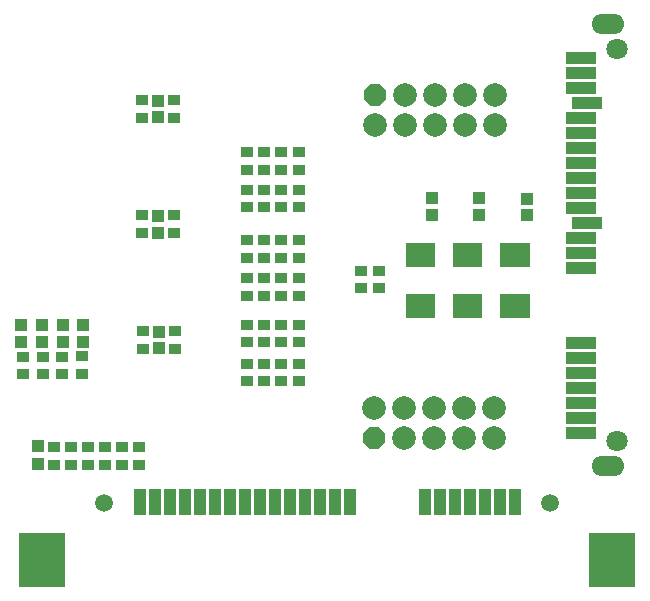
<source format=gts>
G04 Layer_Color=8388736*
%FSLAX23Y23*%
%MOIN*%
G70*
G01*
G75*
%ADD35R,0.043X0.036*%
%ADD36R,0.043X0.039*%
%ADD37R,0.019X0.082*%
%ADD38R,0.039X0.039*%
%ADD39R,0.043X0.091*%
%ADD40R,0.152X0.181*%
%ADD41R,0.102X0.043*%
%ADD42C,0.059*%
%ADD43C,0.079*%
%ADD44P,0.077X8X22.5*%
%ADD45O,0.110X0.067*%
%ADD46C,0.071*%
D35*
X3412Y3424D02*
D03*
Y3483D02*
D03*
X3353D02*
D03*
Y3424D02*
D03*
X3029Y3458D02*
D03*
Y3399D02*
D03*
X3030Y3525D02*
D03*
Y3584D02*
D03*
X3144Y3399D02*
D03*
Y3458D02*
D03*
Y3584D02*
D03*
Y3525D02*
D03*
X3087Y3399D02*
D03*
Y3458D02*
D03*
X3087Y3584D02*
D03*
Y3525D02*
D03*
X2972Y3399D02*
D03*
Y3458D02*
D03*
Y3584D02*
D03*
Y3525D02*
D03*
X2328Y2836D02*
D03*
Y2895D02*
D03*
X2385D02*
D03*
Y2836D02*
D03*
X2442Y2895D02*
D03*
Y2836D02*
D03*
X2499D02*
D03*
Y2895D02*
D03*
X2556Y2836D02*
D03*
Y2895D02*
D03*
X2613D02*
D03*
Y2836D02*
D03*
X2728Y4052D02*
D03*
Y3993D02*
D03*
X3029Y3173D02*
D03*
Y3114D02*
D03*
X3144Y3173D02*
D03*
Y3114D02*
D03*
X3086D02*
D03*
Y3173D02*
D03*
X2971Y3114D02*
D03*
Y3173D02*
D03*
Y3878D02*
D03*
Y3819D02*
D03*
X2972Y3694D02*
D03*
Y3753D02*
D03*
X3086Y3878D02*
D03*
Y3819D02*
D03*
X3087Y3694D02*
D03*
Y3753D02*
D03*
X3144Y3878D02*
D03*
Y3819D02*
D03*
Y3694D02*
D03*
Y3753D02*
D03*
X2626Y3282D02*
D03*
Y3223D02*
D03*
X3029Y3819D02*
D03*
Y3878D02*
D03*
X3029Y3753D02*
D03*
Y3694D02*
D03*
X2732Y3223D02*
D03*
Y3282D02*
D03*
X2621Y3667D02*
D03*
Y3608D02*
D03*
X2728Y3667D02*
D03*
Y3608D02*
D03*
X2971Y3303D02*
D03*
Y3244D02*
D03*
X3086Y3303D02*
D03*
Y3244D02*
D03*
X3144D02*
D03*
Y3303D02*
D03*
X2622Y4052D02*
D03*
Y3993D02*
D03*
X3029Y3244D02*
D03*
Y3303D02*
D03*
X2422Y3198D02*
D03*
Y3139D02*
D03*
X2357Y3137D02*
D03*
Y3196D02*
D03*
X2292D02*
D03*
Y3137D02*
D03*
X2227D02*
D03*
Y3196D02*
D03*
D36*
X2674Y4050D02*
D03*
Y3995D02*
D03*
X3589Y3669D02*
D03*
Y3724D02*
D03*
X3905Y3667D02*
D03*
Y3723D02*
D03*
X2679Y3280D02*
D03*
Y3225D02*
D03*
X3745Y3669D02*
D03*
Y3724D02*
D03*
X2674Y3665D02*
D03*
Y3610D02*
D03*
D37*
X3512Y3366D02*
D03*
X3531D02*
D03*
X3551D02*
D03*
X3571D02*
D03*
X3590D02*
D03*
Y3535D02*
D03*
X3571D02*
D03*
X3551D02*
D03*
X3531D02*
D03*
X3512D02*
D03*
X3669Y3365D02*
D03*
X3688D02*
D03*
X3708D02*
D03*
X3728D02*
D03*
X3747D02*
D03*
Y3534D02*
D03*
X3728D02*
D03*
X3708D02*
D03*
X3688D02*
D03*
X3669D02*
D03*
X3825Y3365D02*
D03*
X3845D02*
D03*
X3865D02*
D03*
X3884D02*
D03*
X3904D02*
D03*
Y3534D02*
D03*
X3884D02*
D03*
X3865D02*
D03*
X3845D02*
D03*
X3825D02*
D03*
D38*
X2220Y3244D02*
D03*
Y3303D02*
D03*
X2290Y3244D02*
D03*
Y3303D02*
D03*
X2360Y3244D02*
D03*
Y3303D02*
D03*
X2274Y2839D02*
D03*
Y2898D02*
D03*
X2425Y3244D02*
D03*
Y3303D02*
D03*
D39*
X2615Y2711D02*
D03*
X2665D02*
D03*
X2715D02*
D03*
X2765D02*
D03*
X2965D02*
D03*
X2915D02*
D03*
X2865D02*
D03*
X2815D02*
D03*
X3165D02*
D03*
X3115D02*
D03*
X3065D02*
D03*
X3015D02*
D03*
X3315D02*
D03*
X3265D02*
D03*
X3215D02*
D03*
X3715D02*
D03*
X3665D02*
D03*
X3615D02*
D03*
X3565D02*
D03*
X3865D02*
D03*
X3815D02*
D03*
X3765D02*
D03*
D40*
X4190Y2520D02*
D03*
X2290D02*
D03*
D41*
X4087Y3093D02*
D03*
Y3043D02*
D03*
Y2993D02*
D03*
Y2943D02*
D03*
Y3243D02*
D03*
Y3193D02*
D03*
Y3143D02*
D03*
Y4093D02*
D03*
Y4143D02*
D03*
Y4193D02*
D03*
Y3893D02*
D03*
Y3943D02*
D03*
Y3993D02*
D03*
X4107Y4043D02*
D03*
X4087Y3693D02*
D03*
Y3743D02*
D03*
Y3793D02*
D03*
Y3843D02*
D03*
X4107Y3643D02*
D03*
X4087Y3593D02*
D03*
Y3543D02*
D03*
Y3493D02*
D03*
D42*
X2497Y2710D02*
D03*
X3982D02*
D03*
D43*
X3795Y3026D02*
D03*
Y2926D02*
D03*
X3695Y3026D02*
D03*
Y2926D02*
D03*
X3595Y3026D02*
D03*
Y2926D02*
D03*
X3495Y3026D02*
D03*
Y2926D02*
D03*
X3395Y3026D02*
D03*
X3800Y3969D02*
D03*
Y4069D02*
D03*
X3700Y3969D02*
D03*
Y4069D02*
D03*
X3600Y3969D02*
D03*
Y4069D02*
D03*
X3500Y3969D02*
D03*
Y4069D02*
D03*
X3400Y3969D02*
D03*
D44*
X3395Y2926D02*
D03*
X3400Y4069D02*
D03*
D45*
X4175Y4305D02*
D03*
Y2832D02*
D03*
D46*
X4205Y2915D02*
D03*
Y4222D02*
D03*
M02*

</source>
